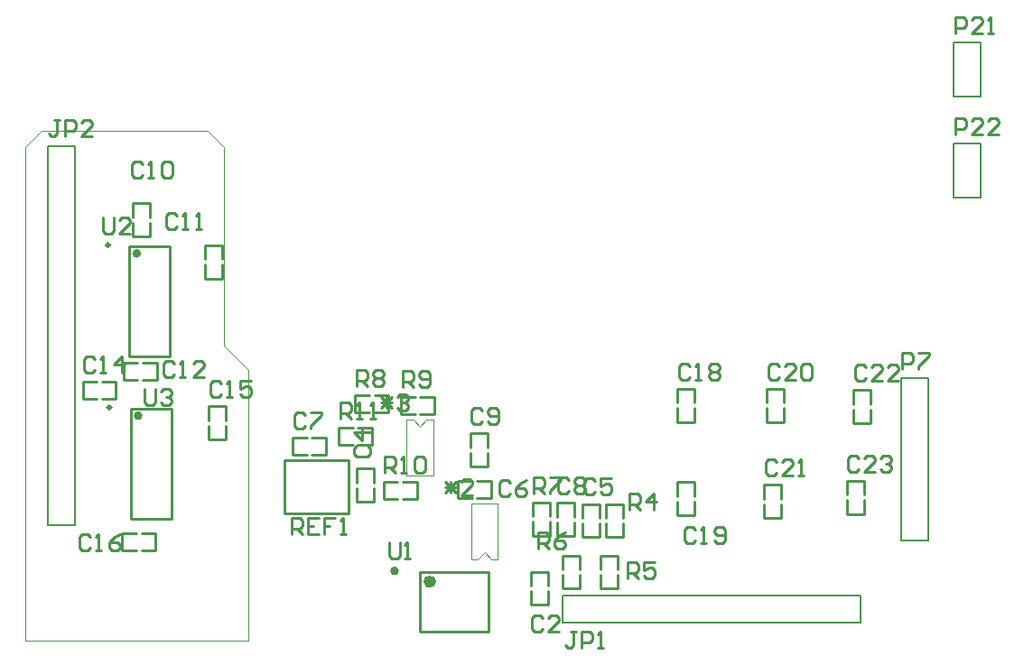
<source format=gto>
G04 Layer_Color=65535*
%FSLAX25Y25*%
%MOIN*%
G70*
G01*
G75*
%ADD16C,0.01000*%
%ADD24C,0.01575*%
%ADD25C,0.01181*%
%ADD26C,0.02362*%
%ADD27C,0.00394*%
%ADD28C,0.00787*%
D16*
X296783Y258594D02*
Y278279D01*
X320406D01*
Y258594D02*
Y278279D01*
X296783Y258594D02*
X320406D01*
X244032Y244850D02*
X249150D01*
Y251150D01*
X244032D02*
X249150D01*
X237339D02*
X242063D01*
X236945D02*
X237339D01*
X236945Y244850D02*
Y251150D01*
Y244850D02*
X242063D01*
X244531Y307850D02*
X249650D01*
Y314150D01*
X244531D02*
X249650D01*
X237839D02*
X242563D01*
X237445D02*
X237839D01*
X237445Y307850D02*
Y314150D01*
Y307850D02*
X242563D01*
X240020Y297472D02*
X254980D01*
Y256528D02*
Y297472D01*
X240020Y256528D02*
X254980D01*
X240020D02*
Y297472D01*
X239520Y357472D02*
X254480D01*
Y316528D02*
Y357472D01*
X239520Y316528D02*
X254480D01*
X239520D02*
Y357472D01*
X346902Y214976D02*
Y237024D01*
X372098D01*
Y214976D02*
Y237024D01*
X346902Y214976D02*
X372098D01*
X316850Y290150D02*
X321969D01*
X316850Y283850D02*
Y290150D01*
Y283850D02*
X321969D01*
X323937D02*
X328661D01*
X329055D01*
Y290150D01*
X323937D02*
X329055D01*
X340531Y263850D02*
X345650D01*
Y270150D01*
X340531D02*
X345650D01*
X333839D02*
X338563D01*
X333445D02*
X333839D01*
X333445Y263850D02*
Y270150D01*
Y263850D02*
X338563D01*
X339850Y301650D02*
X344969D01*
X339850Y295350D02*
Y301650D01*
Y295350D02*
X344969D01*
X346937D02*
X351661D01*
X352055D01*
Y301650D01*
X346937D02*
X352055D01*
X330031Y295850D02*
X335150D01*
Y302150D01*
X330031D02*
X335150D01*
X323339D02*
X328063D01*
X322945D02*
X323339D01*
X322945Y295850D02*
Y302150D01*
Y295850D02*
X328063D01*
X394650Y257531D02*
Y262650D01*
X388350D02*
X394650D01*
X388350Y257531D02*
Y262650D01*
Y250839D02*
Y255563D01*
Y250445D02*
Y250839D01*
Y250445D02*
X394650D01*
Y255563D01*
X399350Y230850D02*
Y235968D01*
Y230850D02*
X405650D01*
Y235968D01*
Y237937D02*
Y242661D01*
Y243055D01*
X399350D02*
X405650D01*
X399350Y237937D02*
Y243055D01*
X413350Y230850D02*
Y235968D01*
Y230850D02*
X419650D01*
Y235968D01*
Y237937D02*
Y242661D01*
Y243055D01*
X413350D02*
X419650D01*
X413350Y237937D02*
Y243055D01*
X415350Y249850D02*
Y254969D01*
Y249850D02*
X421650D01*
Y254969D01*
Y256937D02*
Y261661D01*
Y262055D01*
X415350D02*
X421650D01*
X415350Y256937D02*
Y262055D01*
X510650Y265531D02*
Y270650D01*
X504350D02*
X510650D01*
X504350Y265531D02*
Y270650D01*
Y258839D02*
Y263563D01*
Y258445D02*
Y258839D01*
Y258445D02*
X510650D01*
Y263563D01*
X513150Y299031D02*
Y304150D01*
X506850D02*
X513150D01*
X506850Y299031D02*
Y304150D01*
Y292339D02*
Y297063D01*
Y291945D02*
Y292339D01*
Y291945D02*
X513150D01*
Y297063D01*
X480150Y264032D02*
Y269150D01*
X473850D02*
X480150D01*
X473850Y264032D02*
Y269150D01*
Y257339D02*
Y262063D01*
Y256945D02*
Y257339D01*
Y256945D02*
X480150D01*
Y262063D01*
X481150Y299532D02*
Y304650D01*
X474850D02*
X481150D01*
X474850Y299532D02*
Y304650D01*
Y292839D02*
Y297563D01*
Y292445D02*
Y292839D01*
Y292445D02*
X481150D01*
Y297563D01*
X448150Y265032D02*
Y270150D01*
X441850D02*
X448150D01*
X441850Y265032D02*
Y270150D01*
Y258339D02*
Y263063D01*
Y257945D02*
Y258339D01*
Y257945D02*
X448150D01*
Y263063D01*
Y299532D02*
Y304650D01*
X441850D02*
X448150D01*
X441850Y299532D02*
Y304650D01*
Y292839D02*
Y297563D01*
Y292445D02*
Y292839D01*
Y292445D02*
X448150D01*
Y297563D01*
X275150Y293032D02*
Y298150D01*
X268850D02*
X275150D01*
X268850Y293032D02*
Y298150D01*
Y286339D02*
Y291063D01*
Y285945D02*
Y286339D01*
Y285945D02*
X275150D01*
Y291063D01*
X222350Y307150D02*
X227468D01*
X222350Y300850D02*
Y307150D01*
Y300850D02*
X227468D01*
X229437D02*
X234161D01*
X234555D01*
Y307150D01*
X229437D02*
X234555D01*
X273650Y352532D02*
Y357650D01*
X267350D02*
X273650D01*
X267350Y352532D02*
Y357650D01*
Y345839D02*
Y350563D01*
Y345445D02*
Y345839D01*
Y345445D02*
X273650D01*
Y350563D01*
X247150Y368032D02*
Y373150D01*
X240850D02*
X247150D01*
X240850Y368032D02*
Y373150D01*
Y361339D02*
Y366063D01*
Y360945D02*
Y361339D01*
Y360945D02*
X247150D01*
Y366063D01*
X371650Y283032D02*
Y288150D01*
X365350D02*
X371650D01*
X365350Y283032D02*
Y288150D01*
Y276339D02*
Y281063D01*
Y275945D02*
Y276339D01*
Y275945D02*
X371650D01*
Y281063D01*
X397350Y250350D02*
Y255469D01*
Y250350D02*
X403650D01*
Y255469D01*
Y257437D02*
Y262161D01*
Y262555D01*
X397350D02*
X403650D01*
X397350Y257437D02*
Y262555D01*
X299850Y286650D02*
X304969D01*
X299850Y280350D02*
Y286650D01*
Y280350D02*
X304969D01*
X306937D02*
X311661D01*
X312055D01*
Y286650D01*
X306937D02*
X312055D01*
X360850Y270650D02*
X365968D01*
X360850Y264350D02*
Y270650D01*
Y264350D02*
X365968D01*
X367937D02*
X372661D01*
X373055D01*
Y270650D01*
X367937D02*
X373055D01*
X413150Y256937D02*
Y262055D01*
X406850D02*
X413150D01*
X406850Y256937D02*
Y262055D01*
Y250244D02*
Y254969D01*
Y249850D02*
Y250244D01*
Y249850D02*
X413150D01*
Y254969D01*
X329650Y270031D02*
Y275150D01*
X323350D02*
X329650D01*
X323350Y270031D02*
Y275150D01*
Y263339D02*
Y268063D01*
Y262945D02*
Y263339D01*
Y262945D02*
X329650D01*
Y268063D01*
X387850Y224850D02*
Y229969D01*
Y224850D02*
X394150D01*
Y229969D01*
Y231937D02*
Y236661D01*
Y237055D01*
X387850D02*
X394150D01*
X387850Y231937D02*
Y237055D01*
X524931Y312100D02*
Y318098D01*
X527930D01*
X528929Y317098D01*
Y315099D01*
X527930Y314099D01*
X524931D01*
X530929Y318098D02*
X534928D01*
Y317098D01*
X530929Y313100D01*
Y312100D01*
X299500Y251000D02*
Y256998D01*
X302499D01*
X303499Y255998D01*
Y253999D01*
X302499Y252999D01*
X299500D01*
X301499D02*
X303499Y251000D01*
X309497Y256998D02*
X305498D01*
Y251000D01*
X309497D01*
X305498Y253999D02*
X307497D01*
X315495Y256998D02*
X311496D01*
Y253999D01*
X313495D01*
X311496D01*
Y251000D01*
X317494D02*
X319494D01*
X318494D01*
Y256998D01*
X317494Y255998D01*
X224999Y249998D02*
X223999Y250998D01*
X222000D01*
X221000Y249998D01*
Y246000D01*
X222000Y245000D01*
X223999D01*
X224999Y246000D01*
X226998Y245000D02*
X228997D01*
X227998D01*
Y250998D01*
X226998Y249998D01*
X235995Y250998D02*
X233996Y249998D01*
X231996Y247999D01*
Y246000D01*
X232996Y245000D01*
X234996D01*
X235995Y246000D01*
Y246999D01*
X234996Y247999D01*
X231996D01*
X255999Y313998D02*
X254999Y314998D01*
X253000D01*
X252000Y313998D01*
Y310000D01*
X253000Y309000D01*
X254999D01*
X255999Y310000D01*
X257998Y309000D02*
X259997D01*
X258998D01*
Y314998D01*
X257998Y313998D01*
X266995Y309000D02*
X262996D01*
X266995Y312999D01*
Y313998D01*
X265996Y314998D01*
X263996D01*
X262996Y313998D01*
X213899Y403898D02*
X211899D01*
X212899D01*
Y398900D01*
X211899Y397900D01*
X210900D01*
X209900Y398900D01*
X215898Y397900D02*
Y403898D01*
X218897D01*
X219897Y402898D01*
Y400899D01*
X218897Y399899D01*
X215898D01*
X225895Y397900D02*
X221896D01*
X225895Y401899D01*
Y402898D01*
X224895Y403898D01*
X222896D01*
X221896Y402898D01*
X245000Y304498D02*
Y299500D01*
X246000Y298500D01*
X247999D01*
X248999Y299500D01*
Y304498D01*
X250998Y303498D02*
X251998Y304498D01*
X253997D01*
X254997Y303498D01*
Y302499D01*
X253997Y301499D01*
X252997D01*
X253997D01*
X254997Y300499D01*
Y299500D01*
X253997Y298500D01*
X251998D01*
X250998Y299500D01*
X229900Y367998D02*
Y363000D01*
X230900Y362000D01*
X232899D01*
X233899Y363000D01*
Y367998D01*
X239897Y362000D02*
X235898D01*
X239897Y365999D01*
Y366998D01*
X238897Y367998D01*
X236898D01*
X235898Y366998D01*
X335300Y247998D02*
Y243000D01*
X336300Y242000D01*
X338299D01*
X339299Y243000D01*
Y247998D01*
X341298Y242000D02*
X343297D01*
X342298D01*
Y247998D01*
X341298Y246998D01*
X317350Y293650D02*
Y299648D01*
X320349D01*
X321349Y298648D01*
Y296649D01*
X320349Y295649D01*
X317350D01*
X319349D02*
X321349Y293650D01*
X323348D02*
X325347D01*
X324348D01*
Y299648D01*
X323348Y298648D01*
X328346Y293650D02*
X330346D01*
X329346D01*
Y299648D01*
X328346Y298648D01*
X333900Y273600D02*
Y279598D01*
X336899D01*
X337899Y278598D01*
Y276599D01*
X336899Y275599D01*
X333900D01*
X335899D02*
X337899Y273600D01*
X339898D02*
X341897D01*
X340898D01*
Y279598D01*
X339898Y278598D01*
X344896D02*
X345896Y279598D01*
X347896D01*
X348895Y278598D01*
Y274600D01*
X347896Y273600D01*
X345896D01*
X344896Y274600D01*
Y278598D01*
X340350Y305150D02*
Y311148D01*
X343349D01*
X344349Y310148D01*
Y308149D01*
X343349Y307149D01*
X340350D01*
X342349D02*
X344349Y305150D01*
X346348Y306150D02*
X347348Y305150D01*
X349347D01*
X350347Y306150D01*
Y310148D01*
X349347Y311148D01*
X347348D01*
X346348Y310148D01*
Y309149D01*
X347348Y308149D01*
X350347D01*
X323400Y305600D02*
Y311598D01*
X326399D01*
X327399Y310598D01*
Y308599D01*
X326399Y307599D01*
X323400D01*
X325399D02*
X327399Y305600D01*
X329398Y310598D02*
X330398Y311598D01*
X332397D01*
X333397Y310598D01*
Y309599D01*
X332397Y308599D01*
X333397Y307599D01*
Y306600D01*
X332397Y305600D01*
X330398D01*
X329398Y306600D01*
Y307599D01*
X330398Y308599D01*
X329398Y309599D01*
Y310598D01*
X330398Y308599D02*
X332397D01*
X388900Y266100D02*
Y272098D01*
X391899D01*
X392899Y271098D01*
Y269099D01*
X391899Y268099D01*
X388900D01*
X390899D02*
X392899Y266100D01*
X394898Y272098D02*
X398897D01*
Y271098D01*
X394898Y267100D01*
Y266100D01*
X390500Y245500D02*
Y251498D01*
X393499D01*
X394499Y250498D01*
Y248499D01*
X393499Y247499D01*
X390500D01*
X392499D02*
X394499Y245500D01*
X400497Y251498D02*
X398497Y250498D01*
X396498Y248499D01*
Y246500D01*
X397498Y245500D01*
X399497D01*
X400497Y246500D01*
Y247499D01*
X399497Y248499D01*
X396498D01*
X423500Y234500D02*
Y240498D01*
X426499D01*
X427499Y239498D01*
Y237499D01*
X426499Y236499D01*
X423500D01*
X425499D02*
X427499Y234500D01*
X433497Y240498D02*
X429498D01*
Y237499D01*
X431497Y238499D01*
X432497D01*
X433497Y237499D01*
Y235500D01*
X432497Y234500D01*
X430498D01*
X429498Y235500D01*
X424000Y260000D02*
Y265998D01*
X426999D01*
X427999Y264998D01*
Y262999D01*
X426999Y261999D01*
X424000D01*
X425999D02*
X427999Y260000D01*
X432997D02*
Y265998D01*
X429998Y262999D01*
X433997D01*
X508899Y279098D02*
X507899Y280098D01*
X505900D01*
X504900Y279098D01*
Y275100D01*
X505900Y274100D01*
X507899D01*
X508899Y275100D01*
X514897Y274100D02*
X510898D01*
X514897Y278099D01*
Y279098D01*
X513897Y280098D01*
X511898D01*
X510898Y279098D01*
X516896D02*
X517896Y280098D01*
X519895D01*
X520895Y279098D01*
Y278099D01*
X519895Y277099D01*
X518895D01*
X519895D01*
X520895Y276099D01*
Y275100D01*
X519895Y274100D01*
X517896D01*
X516896Y275100D01*
X511399Y312598D02*
X510399Y313598D01*
X508400D01*
X507400Y312598D01*
Y308600D01*
X508400Y307600D01*
X510399D01*
X511399Y308600D01*
X517397Y307600D02*
X513398D01*
X517397Y311599D01*
Y312598D01*
X516397Y313598D01*
X514398D01*
X513398Y312598D01*
X523395Y307600D02*
X519396D01*
X523395Y311599D01*
Y312598D01*
X522395Y313598D01*
X520396D01*
X519396Y312598D01*
X478399Y277598D02*
X477399Y278598D01*
X475400D01*
X474400Y277598D01*
Y273600D01*
X475400Y272600D01*
X477399D01*
X478399Y273600D01*
X484397Y272600D02*
X480398D01*
X484397Y276599D01*
Y277598D01*
X483397Y278598D01*
X481398D01*
X480398Y277598D01*
X486396Y272600D02*
X488396D01*
X487396D01*
Y278598D01*
X486396Y277598D01*
X479399Y313098D02*
X478399Y314098D01*
X476400D01*
X475400Y313098D01*
Y309100D01*
X476400Y308100D01*
X478399D01*
X479399Y309100D01*
X485397Y308100D02*
X481398D01*
X485397Y312099D01*
Y313098D01*
X484397Y314098D01*
X482398D01*
X481398Y313098D01*
X487396D02*
X488396Y314098D01*
X490395D01*
X491395Y313098D01*
Y309100D01*
X490395Y308100D01*
X488396D01*
X487396Y309100D01*
Y313098D01*
X448499Y252498D02*
X447499Y253498D01*
X445500D01*
X444500Y252498D01*
Y248500D01*
X445500Y247500D01*
X447499D01*
X448499Y248500D01*
X450498Y247500D02*
X452497D01*
X451498D01*
Y253498D01*
X450498Y252498D01*
X455496Y248500D02*
X456496Y247500D01*
X458496D01*
X459495Y248500D01*
Y252498D01*
X458496Y253498D01*
X456496D01*
X455496Y252498D01*
Y251499D01*
X456496Y250499D01*
X459495D01*
X446399Y313098D02*
X445399Y314098D01*
X443400D01*
X442400Y313098D01*
Y309100D01*
X443400Y308100D01*
X445399D01*
X446399Y309100D01*
X448398Y308100D02*
X450397D01*
X449398D01*
Y314098D01*
X448398Y313098D01*
X453396D02*
X454396Y314098D01*
X456395D01*
X457395Y313098D01*
Y312099D01*
X456395Y311099D01*
X457395Y310099D01*
Y309100D01*
X456395Y308100D01*
X454396D01*
X453396Y309100D01*
Y310099D01*
X454396Y311099D01*
X453396Y312099D01*
Y313098D01*
X454396Y311099D02*
X456395D01*
X273399Y306598D02*
X272399Y307598D01*
X270400D01*
X269400Y306598D01*
Y302600D01*
X270400Y301600D01*
X272399D01*
X273399Y302600D01*
X275398Y301600D02*
X277397D01*
X276398D01*
Y307598D01*
X275398Y306598D01*
X284395Y307598D02*
X280396D01*
Y304599D01*
X282396Y305599D01*
X283396D01*
X284395Y304599D01*
Y302600D01*
X283396Y301600D01*
X281396D01*
X280396Y302600D01*
X226899Y315598D02*
X225899Y316598D01*
X223900D01*
X222900Y315598D01*
Y311600D01*
X223900Y310600D01*
X225899D01*
X226899Y311600D01*
X228898Y310600D02*
X230897D01*
X229898D01*
Y316598D01*
X228898Y315598D01*
X236895Y310600D02*
Y316598D01*
X233896Y313599D01*
X237895D01*
X256999Y368498D02*
X255999Y369498D01*
X254000D01*
X253000Y368498D01*
Y364500D01*
X254000Y363500D01*
X255999D01*
X256999Y364500D01*
X258998Y363500D02*
X260997D01*
X259998D01*
Y369498D01*
X258998Y368498D01*
X263996Y363500D02*
X265996D01*
X264996D01*
Y369498D01*
X263996Y368498D01*
X244499Y387498D02*
X243499Y388498D01*
X241500D01*
X240500Y387498D01*
Y383500D01*
X241500Y382500D01*
X243499D01*
X244499Y383500D01*
X246498Y382500D02*
X248497D01*
X247498D01*
Y388498D01*
X246498Y387498D01*
X251496D02*
X252496Y388498D01*
X254496D01*
X255495Y387498D01*
Y383500D01*
X254496Y382500D01*
X252496D01*
X251496Y383500D01*
Y387498D01*
X369899Y296598D02*
X368899Y297598D01*
X366900D01*
X365900Y296598D01*
Y292600D01*
X366900Y291600D01*
X368899D01*
X369899Y292600D01*
X371898D02*
X372898Y291600D01*
X374897D01*
X375897Y292600D01*
Y296598D01*
X374897Y297598D01*
X372898D01*
X371898Y296598D01*
Y295599D01*
X372898Y294599D01*
X375897D01*
X401899Y271098D02*
X400899Y272098D01*
X398900D01*
X397900Y271098D01*
Y267100D01*
X398900Y266100D01*
X400899D01*
X401899Y267100D01*
X403898Y271098D02*
X404898Y272098D01*
X406897D01*
X407897Y271098D01*
Y270099D01*
X406897Y269099D01*
X407897Y268099D01*
Y267100D01*
X406897Y266100D01*
X404898D01*
X403898Y267100D01*
Y268099D01*
X404898Y269099D01*
X403898Y270099D01*
Y271098D01*
X404898Y269099D02*
X406897D01*
X304399Y295098D02*
X303399Y296098D01*
X301400D01*
X300400Y295098D01*
Y291100D01*
X301400Y290100D01*
X303399D01*
X304399Y291100D01*
X306398Y296098D02*
X310397D01*
Y295098D01*
X306398Y291100D01*
Y290100D01*
X379999Y269998D02*
X378999Y270998D01*
X377000D01*
X376000Y269998D01*
Y266000D01*
X377000Y265000D01*
X378999D01*
X379999Y266000D01*
X385997Y270998D02*
X383997Y269998D01*
X381998Y267999D01*
Y266000D01*
X382998Y265000D01*
X384997D01*
X385997Y266000D01*
Y266999D01*
X384997Y267999D01*
X381998D01*
X411399Y270598D02*
X410399Y271598D01*
X408400D01*
X407400Y270598D01*
Y266600D01*
X408400Y265600D01*
X410399D01*
X411399Y266600D01*
X417397Y271598D02*
X413398D01*
Y268599D01*
X415397Y269599D01*
X416397D01*
X417397Y268599D01*
Y266600D01*
X416397Y265600D01*
X414398D01*
X413398Y266600D01*
X323502Y283499D02*
X322502Y282499D01*
Y280500D01*
X323502Y279500D01*
X327500D01*
X328500Y280500D01*
Y282499D01*
X327500Y283499D01*
X328500Y288497D02*
X322502D01*
X325501Y285498D01*
Y289497D01*
X391999Y219998D02*
X390999Y220998D01*
X389000D01*
X388000Y219998D01*
Y216000D01*
X389000Y215000D01*
X390999D01*
X391999Y216000D01*
X397997Y215000D02*
X393998D01*
X397997Y218999D01*
Y219998D01*
X396997Y220998D01*
X394998D01*
X393998Y219998D01*
X332600Y301498D02*
X336599Y297500D01*
X332600D02*
X336599Y301498D01*
X332600Y299499D02*
X336599D01*
X334599Y297500D02*
Y301498D01*
X338598D02*
X339598Y302498D01*
X341597D01*
X342597Y301498D01*
Y300499D01*
X341597Y299499D01*
X340597D01*
X341597D01*
X342597Y298499D01*
Y297500D01*
X341597Y296500D01*
X339598D01*
X338598Y297500D01*
X356100Y270398D02*
X360099Y266400D01*
X356100D02*
X360099Y270398D01*
X356100Y268399D02*
X360099D01*
X358099Y266400D02*
Y270398D01*
X366097Y265400D02*
X362098D01*
X366097Y269399D01*
Y270398D01*
X365097Y271398D01*
X363098D01*
X362098Y270398D01*
X544400Y436100D02*
Y442098D01*
X547399D01*
X548399Y441098D01*
Y439099D01*
X547399Y438099D01*
X544400D01*
X554397Y436100D02*
X550398D01*
X554397Y440099D01*
Y441098D01*
X553397Y442098D01*
X551398D01*
X550398Y441098D01*
X556396Y436100D02*
X558395D01*
X557396D01*
Y442098D01*
X556396Y441098D01*
X544400Y398600D02*
Y404598D01*
X547399D01*
X548399Y403598D01*
Y401599D01*
X547399Y400599D01*
X544400D01*
X554397Y398600D02*
X550398D01*
X554397Y402599D01*
Y403598D01*
X553397Y404598D01*
X551398D01*
X550398Y403598D01*
X560395Y398600D02*
X556396D01*
X560395Y402599D01*
Y403598D01*
X559395Y404598D01*
X557396D01*
X556396Y403598D01*
X404329Y214998D02*
X402330D01*
X403330D01*
Y210000D01*
X402330Y209000D01*
X401330D01*
X400331Y210000D01*
X406329Y209000D02*
Y214998D01*
X409328D01*
X410327Y213998D01*
Y211999D01*
X409328Y210999D01*
X406329D01*
X412327Y209000D02*
X414326D01*
X413327D01*
Y214998D01*
X412327Y213998D01*
D24*
X243563Y294717D02*
G03*
X243563Y294717I-787J0D01*
G01*
X243063Y354716D02*
G03*
X243063Y354716I-787J0D01*
G01*
X338240Y237417D02*
G03*
X338240Y237417I-787J0D01*
G01*
D25*
X232736Y297866D02*
G03*
X232736Y297866I-591J0D01*
G01*
X232236Y357866D02*
G03*
X232236Y357866I-591J0D01*
G01*
D26*
X351626Y233480D02*
G03*
X351626Y233480I-1181J0D01*
G01*
D27*
X201000Y394000D02*
X207000Y400000D01*
X201000Y211500D02*
Y394000D01*
Y211500D02*
X283500D01*
Y311500D01*
X274500Y320500D02*
X283500Y311500D01*
X274500Y320500D02*
Y394000D01*
X268500Y400000D02*
X274500Y394000D01*
X207000Y400000D02*
X268500D01*
X341905Y272783D02*
X351748D01*
Y293256D01*
X341905Y272783D02*
Y293256D01*
X344366D02*
X346827Y290795D01*
X341905Y293256D02*
X344366D01*
X346827Y290795D02*
X349287Y293256D01*
X351748D01*
X365752Y262216D02*
X375594D01*
X365752Y241744D02*
Y262216D01*
X375594Y241744D02*
Y262216D01*
X370673Y244205D02*
X373134Y241744D01*
X375594D01*
X368213D02*
X370673Y244205D01*
X365752Y241744D02*
X368213D01*
D28*
X534331Y248721D02*
Y308720D01*
X524331Y248721D02*
Y308720D01*
Y248721D02*
X534331D01*
X524331Y308720D02*
X534331D01*
X209331Y394468D02*
X219331D01*
Y254468D02*
Y394468D01*
X209331Y254468D02*
X219331D01*
X209331D02*
Y261968D01*
Y394468D01*
X543831Y432721D02*
X553831D01*
Y412720D02*
Y432721D01*
X543831Y412720D02*
X553831D01*
X543831D02*
Y432721D01*
Y395220D02*
X553831D01*
Y375220D02*
Y395220D01*
X543831Y375220D02*
X553831D01*
X543831D02*
Y395220D01*
X399331Y218406D02*
Y228405D01*
X509331D01*
Y218406D02*
Y228405D01*
X501831Y218406D02*
X509331D01*
X399331D02*
X501831D01*
M02*

</source>
